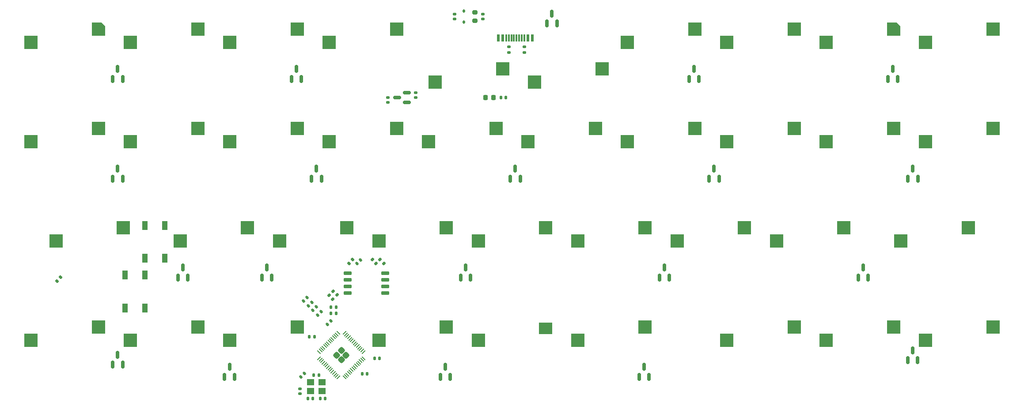
<source format=gbp>
%TF.GenerationSoftware,KiCad,Pcbnew,7.0.6*%
%TF.CreationDate,2023-10-22T23:34:03-04:00*%
%TF.ProjectId,good-delivery-alpha-stagger,676f6f64-2d64-4656-9c69-766572792d61,rev?*%
%TF.SameCoordinates,PX2d6b3a0PY7e9ae4e*%
%TF.FileFunction,Paste,Bot*%
%TF.FilePolarity,Positive*%
%FSLAX46Y46*%
G04 Gerber Fmt 4.6, Leading zero omitted, Abs format (unit mm)*
G04 Created by KiCad (PCBNEW 7.0.6) date 2023-10-22 23:34:03*
%MOMM*%
%LPD*%
G01*
G04 APERTURE LIST*
G04 Aperture macros list*
%AMRoundRect*
0 Rectangle with rounded corners*
0 $1 Rounding radius*
0 $2 $3 $4 $5 $6 $7 $8 $9 X,Y pos of 4 corners*
0 Add a 4 corners polygon primitive as box body*
4,1,4,$2,$3,$4,$5,$6,$7,$8,$9,$2,$3,0*
0 Add four circle primitives for the rounded corners*
1,1,$1+$1,$2,$3*
1,1,$1+$1,$4,$5*
1,1,$1+$1,$6,$7*
1,1,$1+$1,$8,$9*
0 Add four rect primitives between the rounded corners*
20,1,$1+$1,$2,$3,$4,$5,0*
20,1,$1+$1,$4,$5,$6,$7,0*
20,1,$1+$1,$6,$7,$8,$9,0*
20,1,$1+$1,$8,$9,$2,$3,0*%
%AMOutline5P*
0 Free polygon, 5 corners , with rotation*
0 The origin of the aperture is its center*
0 number of corners: always 5*
0 $1 to $10 corner X, Y*
0 $11 Rotation angle, in degrees counterclockwise*
0 create outline with 5 corners*
4,1,5,$1,$2,$3,$4,$5,$6,$7,$8,$9,$10,$1,$2,$11*%
%AMOutline6P*
0 Free polygon, 6 corners , with rotation*
0 The origin of the aperture is its center*
0 number of corners: always 6*
0 $1 to $12 corner X, Y*
0 $13 Rotation angle, in degrees counterclockwise*
0 create outline with 6 corners*
4,1,6,$1,$2,$3,$4,$5,$6,$7,$8,$9,$10,$11,$12,$1,$2,$13*%
%AMOutline7P*
0 Free polygon, 7 corners , with rotation*
0 The origin of the aperture is its center*
0 number of corners: always 7*
0 $1 to $14 corner X, Y*
0 $15 Rotation angle, in degrees counterclockwise*
0 create outline with 7 corners*
4,1,7,$1,$2,$3,$4,$5,$6,$7,$8,$9,$10,$11,$12,$13,$14,$1,$2,$15*%
%AMOutline8P*
0 Free polygon, 8 corners , with rotation*
0 The origin of the aperture is its center*
0 number of corners: always 8*
0 $1 to $16 corner X, Y*
0 $17 Rotation angle, in degrees counterclockwise*
0 create outline with 8 corners*
4,1,8,$1,$2,$3,$4,$5,$6,$7,$8,$9,$10,$11,$12,$13,$14,$15,$16,$1,$2,$17*%
G04 Aperture macros list end*
%ADD10R,2.550000X2.500000*%
%ADD11R,2.550000X2.250000*%
%ADD12Outline5P,-1.275000X1.250000X0.575000X1.250000X1.275000X0.550000X1.275000X-1.250000X-1.275000X-1.250000X0.000000*%
%ADD13RoundRect,0.135000X-0.226274X-0.035355X-0.035355X-0.226274X0.226274X0.035355X0.035355X0.226274X0*%
%ADD14RoundRect,0.135000X-0.185000X0.135000X-0.185000X-0.135000X0.185000X-0.135000X0.185000X0.135000X0*%
%ADD15RoundRect,0.140000X0.021213X-0.219203X0.219203X-0.021213X-0.021213X0.219203X-0.219203X0.021213X0*%
%ADD16R,0.600000X1.450000*%
%ADD17R,0.300000X1.450000*%
%ADD18RoundRect,0.140000X-0.170000X0.140000X-0.170000X-0.140000X0.170000X-0.140000X0.170000X0.140000X0*%
%ADD19RoundRect,0.150000X0.150000X-0.587500X0.150000X0.587500X-0.150000X0.587500X-0.150000X-0.587500X0*%
%ADD20RoundRect,0.140000X0.140000X0.170000X-0.140000X0.170000X-0.140000X-0.170000X0.140000X-0.170000X0*%
%ADD21RoundRect,0.150000X0.587500X0.150000X-0.587500X0.150000X-0.587500X-0.150000X0.587500X-0.150000X0*%
%ADD22RoundRect,0.200000X-0.275000X0.200000X-0.275000X-0.200000X0.275000X-0.200000X0.275000X0.200000X0*%
%ADD23RoundRect,0.218750X0.218750X0.256250X-0.218750X0.256250X-0.218750X-0.256250X0.218750X-0.256250X0*%
%ADD24RoundRect,0.140000X-0.140000X-0.170000X0.140000X-0.170000X0.140000X0.170000X-0.140000X0.170000X0*%
%ADD25RoundRect,0.140000X0.170000X-0.140000X0.170000X0.140000X-0.170000X0.140000X-0.170000X-0.140000X0*%
%ADD26RoundRect,0.250000X0.413257X0.000000X0.000000X0.413257X-0.413257X0.000000X0.000000X-0.413257X0*%
%ADD27RoundRect,0.050000X0.309359X-0.238649X-0.238649X0.309359X-0.309359X0.238649X0.238649X-0.309359X0*%
%ADD28RoundRect,0.050000X0.309359X0.238649X0.238649X0.309359X-0.309359X-0.238649X-0.238649X-0.309359X0*%
%ADD29RoundRect,0.135000X-0.035355X0.226274X-0.226274X0.035355X0.035355X-0.226274X0.226274X-0.035355X0*%
%ADD30R,1.000000X1.700000*%
%ADD31RoundRect,0.135000X0.035355X-0.226274X0.226274X-0.035355X-0.035355X0.226274X-0.226274X0.035355X0*%
%ADD32RoundRect,0.112500X0.112500X-0.187500X0.112500X0.187500X-0.112500X0.187500X-0.112500X-0.187500X0*%
%ADD33RoundRect,0.135000X-0.135000X-0.185000X0.135000X-0.185000X0.135000X0.185000X-0.135000X0.185000X0*%
%ADD34RoundRect,0.150000X0.650000X0.150000X-0.650000X0.150000X-0.650000X-0.150000X0.650000X-0.150000X0*%
%ADD35RoundRect,0.140000X-0.021213X0.219203X-0.219203X0.021213X0.021213X-0.219203X0.219203X-0.021213X0*%
%ADD36R,1.400000X1.200000*%
%ADD37RoundRect,0.147500X0.172500X-0.147500X0.172500X0.147500X-0.172500X0.147500X-0.172500X-0.147500X0*%
%ADD38RoundRect,0.147500X0.147500X0.172500X-0.147500X0.172500X-0.147500X-0.172500X0.147500X-0.172500X0*%
G04 APERTURE END LIST*
D10*
%TO.C,MX11*%
X31014952Y31115168D03*
X43941952Y33655168D03*
%TD*%
%TO.C,MX33*%
X145315048Y31115247D03*
X158242048Y33655247D03*
%TD*%
%TO.C,MX21*%
X97690040Y50165263D03*
X110617040Y52705263D03*
%TD*%
%TO.C,MX3*%
X7202432Y31115168D03*
X20129432Y33655168D03*
%TD*%
%TO.C,MX7*%
X21490040Y50165263D03*
X34417040Y52705263D03*
%TD*%
%TO.C,MX8*%
X21490024Y12065168D03*
X34417024Y14605168D03*
%TD*%
%TO.C,MX12*%
X40540024Y12065168D03*
X53467024Y14605168D03*
%TD*%
%TO.C,MX15*%
X50065048Y31115247D03*
X62992048Y33655247D03*
%TD*%
%TO.C,MX24*%
X116740024Y69215168D03*
X129667024Y71755168D03*
%TD*%
%TO.C,MX27*%
X107215024Y12065168D03*
X120142024Y14605168D03*
%TD*%
%TO.C,MX6*%
X21490024Y69215168D03*
X34417024Y71755168D03*
%TD*%
%TO.C,MX14*%
X59590040Y50165263D03*
X72517040Y52705263D03*
%TD*%
%TO.C,MX37*%
X169127568Y31115247D03*
X182054568Y33655247D03*
%TD*%
%TO.C,MX29*%
X135790040Y50165263D03*
X148717040Y52705263D03*
%TD*%
%TO.C,MX16*%
X79883024Y61595168D03*
X92810024Y64135168D03*
%TD*%
%TO.C,MX17*%
X78640040Y50165263D03*
X91567040Y52705263D03*
%TD*%
%TO.C,MX13*%
X59590024Y69215168D03*
X72517024Y71755168D03*
%TD*%
%TO.C,MX23*%
X88165240Y12065024D03*
D11*
X101092240Y14355024D03*
%TD*%
D10*
%TO.C,MX26*%
X107215048Y31115247D03*
X120142048Y33655247D03*
%TD*%
%TO.C,MX18*%
X69115048Y31115247D03*
X82042048Y33655247D03*
%TD*%
%TO.C,MX38*%
X173890024Y12065168D03*
X186817024Y14605168D03*
%TD*%
%TO.C,MX2*%
X2439928Y50165263D03*
X15366928Y52705263D03*
%TD*%
%TO.C,MX35*%
X173890024Y69215168D03*
X186817024Y71755168D03*
%TD*%
%TO.C,MX5*%
X154840056Y50165263D03*
X167767056Y52705263D03*
%TD*%
%TO.C,MX1*%
X2440024Y69215168D03*
D12*
X15367024Y71755168D03*
%TD*%
D10*
%TO.C,MX36*%
X173890072Y50165263D03*
X186817072Y52705263D03*
%TD*%
%TO.C,MX28*%
X135790024Y69215168D03*
X148717024Y71755168D03*
%TD*%
%TO.C,MX19*%
X69115024Y12065168D03*
X82042024Y14605168D03*
%TD*%
%TO.C,MX4*%
X2440024Y12065168D03*
X15367024Y14605168D03*
%TD*%
%TO.C,MX32*%
X154840024Y69215168D03*
D12*
X167767024Y71755168D03*
%TD*%
D10*
%TO.C,MX31*%
X135790024Y12065168D03*
X148717024Y14605168D03*
%TD*%
%TO.C,MX9*%
X40540024Y69215168D03*
X53467024Y71755168D03*
%TD*%
%TO.C,MX34*%
X154840024Y12065168D03*
X167767024Y14605168D03*
%TD*%
%TO.C,MX22*%
X88165048Y31115247D03*
X101092048Y33655247D03*
%TD*%
%TO.C,MX30*%
X126265048Y31115247D03*
X139192048Y33655247D03*
%TD*%
%TO.C,MX20*%
X98933024Y61595168D03*
X111860024Y64135168D03*
%TD*%
%TO.C,MX10*%
X40540040Y50165263D03*
X53467040Y52705263D03*
%TD*%
%TO.C,MX25*%
X116740040Y50165263D03*
X129667040Y52705263D03*
%TD*%
D13*
%TO.C,R_DATA1*%
X60361222Y21494271D03*
X61082470Y20773023D03*
%TD*%
D14*
%TO.C,R2*%
X94000240Y68349854D03*
X94000240Y67329854D03*
%TD*%
D15*
%TO.C,C_3V-Decoup5*%
X56471148Y17817857D03*
X57149970Y18496679D03*
%TD*%
D16*
%TO.C,J3*%
X92000240Y70071593D03*
X92800240Y70071593D03*
D17*
X94000240Y70071593D03*
X95000240Y70071593D03*
X95500240Y70071593D03*
X96500240Y70071593D03*
D16*
X97700240Y70071593D03*
X98500240Y70071593D03*
X98500240Y70071593D03*
X97700240Y70071593D03*
D17*
X97000240Y70071593D03*
X96000240Y70071593D03*
X94500240Y70071593D03*
X93500240Y70071593D03*
D16*
X92800240Y70071593D03*
X92000240Y70071593D03*
%TD*%
D18*
%TO.C,C_3V-Decoup8*%
X53980024Y2788913D03*
X53980024Y1828913D03*
%TD*%
D19*
%TO.C,D8*%
X41431352Y5100168D03*
X39531352Y5100168D03*
X40481352Y6975168D03*
%TD*%
D20*
%TO.C,C_1V-Decoup1*%
X60904371Y17264106D03*
X59944371Y17264106D03*
%TD*%
D19*
%TO.C,D1*%
X19999936Y62250264D03*
X18099936Y62250264D03*
X19049936Y64125264D03*
%TD*%
D15*
%TO.C,C_3V-Decoup4*%
X57405870Y16924889D03*
X58084692Y17603711D03*
%TD*%
D18*
%TO.C,C1*%
X88999443Y74664564D03*
X88999443Y73704564D03*
%TD*%
D21*
%TO.C,U3*%
X74458779Y59588429D03*
X74458779Y57688429D03*
X72583779Y58638429D03*
%TD*%
D19*
%TO.C,D17*%
X168531047Y62250264D03*
X166631047Y62250264D03*
X167581047Y64125264D03*
%TD*%
D13*
%TO.C,R_Flash3*%
X69319044Y27552283D03*
X70040292Y26831035D03*
%TD*%
D19*
%TO.C,D11*%
X86674992Y24150168D03*
X84774992Y24150168D03*
X85724992Y26025168D03*
%TD*%
D22*
%TO.C,R1*%
X87511158Y75009564D03*
X87511158Y73359564D03*
%TD*%
D19*
%TO.C,D20*%
X172343403Y8289867D03*
X170443403Y8289867D03*
X171393403Y10164867D03*
%TD*%
%TO.C,D18*%
X172400064Y43115885D03*
X170500064Y43115885D03*
X171450064Y44990885D03*
%TD*%
D23*
%TO.C,F1*%
X91087885Y58638429D03*
X89512885Y58638429D03*
%TD*%
D24*
%TO.C,C_3V-Decoup6*%
X68278767Y8632053D03*
X69238767Y8632053D03*
%TD*%
D15*
%TO.C,C_Flash1*%
X64875402Y26852248D03*
X65554224Y27531070D03*
%TD*%
D25*
%TO.C,C_LD2*%
X70842366Y57688429D03*
X70842366Y58648429D03*
%TD*%
D19*
%TO.C,D6*%
X58099968Y43115885D03*
X56199968Y43115885D03*
X57149968Y44990885D03*
%TD*%
D26*
%TO.C,U1*%
X61912656Y8325806D03*
X62814217Y9227367D03*
X61011095Y9227367D03*
X61912656Y10128928D03*
D27*
X66181813Y8635165D03*
X65898970Y8352322D03*
X65616128Y8069480D03*
X65333285Y7786637D03*
X65050442Y7503794D03*
X64767600Y7220952D03*
X64484757Y6938109D03*
X64201914Y6655266D03*
X63919071Y6372423D03*
X63636229Y6089581D03*
X63353386Y5806738D03*
X63070543Y5523895D03*
X62787701Y5241053D03*
X62504858Y4958210D03*
D28*
X61320454Y4958210D03*
X61037611Y5241053D03*
X60754769Y5523895D03*
X60471926Y5806738D03*
X60189083Y6089581D03*
X59906241Y6372423D03*
X59623398Y6655266D03*
X59340555Y6938109D03*
X59057712Y7220952D03*
X58774870Y7503794D03*
X58492027Y7786637D03*
X58209184Y8069480D03*
X57926342Y8352322D03*
X57643499Y8635165D03*
D27*
X57643499Y9819569D03*
X57926342Y10102412D03*
X58209184Y10385254D03*
X58492027Y10668097D03*
X58774870Y10950940D03*
X59057712Y11233782D03*
X59340555Y11516625D03*
X59623398Y11799468D03*
X59906241Y12082311D03*
X60189083Y12365153D03*
X60471926Y12647996D03*
X60754769Y12930839D03*
X61037611Y13213681D03*
X61320454Y13496524D03*
D28*
X62504858Y13496524D03*
X62787701Y13213681D03*
X63070543Y12930839D03*
X63353386Y12647996D03*
X63636229Y12365153D03*
X63919071Y12082311D03*
X64201914Y11799468D03*
X64484757Y11516625D03*
X64767600Y11233782D03*
X65050442Y10950940D03*
X65333285Y10668097D03*
X65616128Y10385254D03*
X65898970Y10102412D03*
X66181813Y9819569D03*
%TD*%
D24*
%TO.C,C_3V-Decoup9*%
X65897511Y5655483D03*
X66857511Y5655483D03*
%TD*%
D19*
%TO.C,D15*%
X124775024Y24150168D03*
X122875024Y24150168D03*
X123825024Y26025168D03*
%TD*%
D13*
%TO.C,R_DATA2*%
X59564195Y20697244D03*
X60285443Y19975996D03*
%TD*%
D19*
%TO.C,D14*%
X134300032Y43115885D03*
X132400032Y43115885D03*
X133350032Y44990885D03*
%TD*%
D29*
%TO.C,R_RST1*%
X8099613Y24173367D03*
X7378365Y23452119D03*
%TD*%
D30*
%TO.C,SW2*%
X24293692Y34106499D03*
X24293692Y27806499D03*
X28093692Y34106499D03*
X28093692Y27806499D03*
%TD*%
D25*
%TO.C,C_LD1*%
X76200192Y58638429D03*
X76200192Y59598429D03*
%TD*%
D19*
%TO.C,D3*%
X32501509Y24150168D03*
X30601509Y24150168D03*
X31551509Y26025168D03*
%TD*%
%TO.C,D5*%
X54230759Y62250264D03*
X52330759Y62250264D03*
X53280759Y64125264D03*
%TD*%
D15*
%TO.C,C_3V-Decoup3*%
X59191809Y15138950D03*
X59870631Y15817772D03*
%TD*%
D31*
%TO.C,R_Flash1*%
X63365904Y26831035D03*
X64087152Y27552283D03*
%TD*%
D19*
%TO.C,D13*%
X130430951Y62250264D03*
X128530951Y62250264D03*
X129480951Y64125264D03*
%TD*%
D20*
%TO.C,C_Crystal2*%
X56439516Y892971D03*
X55479516Y892971D03*
%TD*%
D32*
%TO.C,D21*%
X85427559Y73134564D03*
X85427559Y75234564D03*
%TD*%
D13*
%TO.C,R_Flash2*%
X67830759Y27552283D03*
X68552007Y26831035D03*
%TD*%
D19*
%TO.C,D4*%
X20000048Y7396896D03*
X18100048Y7396896D03*
X19050048Y9271896D03*
%TD*%
%TO.C,D10*%
X96200000Y43115885D03*
X94300000Y43115885D03*
X95250000Y44990885D03*
%TD*%
%TO.C,D19*%
X162875056Y24150168D03*
X160975056Y24150168D03*
X161925056Y26025168D03*
%TD*%
D20*
%TO.C,C_1V-Decoup2*%
X60904371Y18454734D03*
X59944371Y18454734D03*
%TD*%
D33*
%TO.C,R_Crystal1*%
X56640144Y5357827D03*
X57660144Y5357827D03*
%TD*%
D30*
%TO.C,SW1*%
X24293692Y18281491D03*
X24293692Y24581491D03*
X20493692Y18281491D03*
X20493692Y24581491D03*
%TD*%
D34*
%TO.C,U2*%
X70303098Y24929461D03*
X70303098Y23659461D03*
X70303098Y22389461D03*
X70303098Y21119461D03*
X63103098Y21119461D03*
X63103098Y22389461D03*
X63103098Y23659461D03*
X63103098Y24929461D03*
%TD*%
D35*
%TO.C,C_1V-Decoup3*%
X54810642Y5697237D03*
X54131820Y5018415D03*
%TD*%
D14*
%TO.C,R3*%
X97000240Y68349854D03*
X97000240Y67329854D03*
%TD*%
D24*
%TO.C,C_Crystal1*%
X57860772Y892971D03*
X58820772Y892971D03*
%TD*%
D19*
%TO.C,D9*%
X103225024Y72881436D03*
X101325024Y72881436D03*
X102275024Y74756436D03*
%TD*%
D15*
%TO.C,C_3V-Decoup2*%
X55619931Y18710828D03*
X56298753Y19389650D03*
%TD*%
D36*
%TO.C,Y1*%
X56050144Y4008913D03*
X58250144Y4008913D03*
X58250144Y2308913D03*
X56050144Y2308913D03*
%TD*%
D20*
%TO.C,C_3V-Decoup7*%
X56737173Y12799251D03*
X55777173Y12799251D03*
%TD*%
D19*
%TO.C,D16*%
X120905771Y5100168D03*
X119005771Y5100168D03*
X119955771Y6975168D03*
%TD*%
%TO.C,D2*%
X19999936Y43115885D03*
X18099936Y43115885D03*
X19049936Y44990885D03*
%TD*%
%TO.C,D7*%
X48574960Y24150168D03*
X46674960Y24150168D03*
X47624960Y26025168D03*
%TD*%
D37*
%TO.C,FB1*%
X83641617Y73699564D03*
X83641617Y74669564D03*
%TD*%
D15*
%TO.C,C_3V-Decoup1*%
X54685206Y19603799D03*
X55364028Y20282621D03*
%TD*%
D38*
%TO.C,FB2*%
X93464298Y58638429D03*
X92494298Y58638429D03*
%TD*%
D19*
%TO.C,D12*%
X82805675Y5100168D03*
X80905675Y5100168D03*
X81855675Y6975168D03*
%TD*%
M02*

</source>
